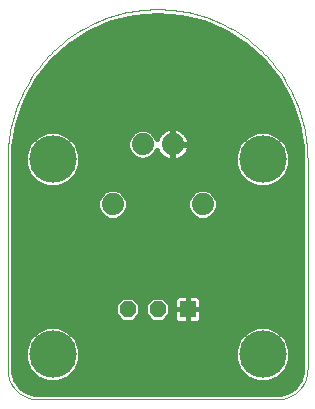
<source format=gtl>
G75*
%MOIN*%
%OFA0B0*%
%FSLAX25Y25*%
%IPPOS*%
%LPD*%
%AMOC8*
5,1,8,0,0,1.08239X$1,22.5*
%
%ADD10C,0.07400*%
%ADD11OC8,0.05600*%
%ADD12R,0.05600X0.05600*%
%ADD13C,0.00000*%
%ADD14C,0.15811*%
%ADD15C,0.01600*%
D10*
X0041800Y0089006D03*
X0051800Y0109006D03*
X0061800Y0109006D03*
X0071800Y0089006D03*
D11*
X0056800Y0054006D03*
X0046800Y0054006D03*
D12*
X0066800Y0054006D03*
D13*
X0096800Y0024006D02*
X0016800Y0024006D01*
X0016558Y0024009D01*
X0016317Y0024018D01*
X0016076Y0024032D01*
X0015835Y0024053D01*
X0015595Y0024079D01*
X0015355Y0024111D01*
X0015116Y0024149D01*
X0014879Y0024192D01*
X0014642Y0024242D01*
X0014407Y0024297D01*
X0014173Y0024357D01*
X0013941Y0024424D01*
X0013710Y0024495D01*
X0013481Y0024573D01*
X0013254Y0024656D01*
X0013029Y0024744D01*
X0012806Y0024838D01*
X0012586Y0024937D01*
X0012368Y0025042D01*
X0012153Y0025151D01*
X0011940Y0025266D01*
X0011730Y0025386D01*
X0011524Y0025511D01*
X0011320Y0025641D01*
X0011119Y0025776D01*
X0010922Y0025916D01*
X0010728Y0026060D01*
X0010538Y0026209D01*
X0010352Y0026363D01*
X0010169Y0026521D01*
X0009990Y0026683D01*
X0009815Y0026850D01*
X0009644Y0027021D01*
X0009477Y0027196D01*
X0009315Y0027375D01*
X0009157Y0027558D01*
X0009003Y0027744D01*
X0008854Y0027934D01*
X0008710Y0028128D01*
X0008570Y0028325D01*
X0008435Y0028526D01*
X0008305Y0028730D01*
X0008180Y0028936D01*
X0008060Y0029146D01*
X0007945Y0029359D01*
X0007836Y0029574D01*
X0007731Y0029792D01*
X0007632Y0030012D01*
X0007538Y0030235D01*
X0007450Y0030460D01*
X0007367Y0030687D01*
X0007289Y0030916D01*
X0007218Y0031147D01*
X0007151Y0031379D01*
X0007091Y0031613D01*
X0007036Y0031848D01*
X0006986Y0032085D01*
X0006943Y0032322D01*
X0006905Y0032561D01*
X0006873Y0032801D01*
X0006847Y0033041D01*
X0006826Y0033282D01*
X0006812Y0033523D01*
X0006803Y0033764D01*
X0006800Y0034006D01*
X0006800Y0104006D01*
X0006815Y0105224D01*
X0006859Y0106440D01*
X0006933Y0107656D01*
X0007037Y0108869D01*
X0007170Y0110079D01*
X0007333Y0111286D01*
X0007525Y0112488D01*
X0007746Y0113686D01*
X0007996Y0114878D01*
X0008275Y0116063D01*
X0008583Y0117241D01*
X0008920Y0118411D01*
X0009285Y0119573D01*
X0009678Y0120725D01*
X0010099Y0121868D01*
X0010548Y0122999D01*
X0011024Y0124120D01*
X0011528Y0125229D01*
X0012058Y0126325D01*
X0012615Y0127408D01*
X0013198Y0128477D01*
X0013806Y0129531D01*
X0014441Y0130571D01*
X0015100Y0131594D01*
X0015784Y0132602D01*
X0016493Y0133592D01*
X0017225Y0134565D01*
X0017981Y0135519D01*
X0018760Y0136455D01*
X0019561Y0137372D01*
X0020385Y0138269D01*
X0021230Y0139145D01*
X0022096Y0140001D01*
X0022983Y0140836D01*
X0023890Y0141648D01*
X0024816Y0142438D01*
X0025762Y0143206D01*
X0026725Y0143950D01*
X0027707Y0144670D01*
X0028706Y0145367D01*
X0029721Y0146039D01*
X0030753Y0146686D01*
X0031800Y0147307D01*
X0032862Y0147903D01*
X0033938Y0148473D01*
X0035027Y0149017D01*
X0036130Y0149533D01*
X0037245Y0150023D01*
X0038371Y0150486D01*
X0039508Y0150921D01*
X0040656Y0151328D01*
X0041813Y0151707D01*
X0042979Y0152058D01*
X0044153Y0152380D01*
X0045335Y0152674D01*
X0046524Y0152939D01*
X0047718Y0153174D01*
X0048918Y0153381D01*
X0050123Y0153558D01*
X0051331Y0153706D01*
X0052543Y0153824D01*
X0053758Y0153913D01*
X0054974Y0153973D01*
X0056191Y0154002D01*
X0057409Y0154002D01*
X0058626Y0153973D01*
X0059842Y0153913D01*
X0061057Y0153824D01*
X0062269Y0153706D01*
X0063477Y0153558D01*
X0064682Y0153381D01*
X0065882Y0153174D01*
X0067076Y0152939D01*
X0068265Y0152674D01*
X0069447Y0152380D01*
X0070621Y0152058D01*
X0071787Y0151707D01*
X0072944Y0151328D01*
X0074092Y0150921D01*
X0075229Y0150486D01*
X0076355Y0150023D01*
X0077470Y0149533D01*
X0078573Y0149017D01*
X0079662Y0148473D01*
X0080738Y0147903D01*
X0081800Y0147307D01*
X0082847Y0146686D01*
X0083879Y0146039D01*
X0084894Y0145367D01*
X0085893Y0144670D01*
X0086875Y0143950D01*
X0087838Y0143206D01*
X0088784Y0142438D01*
X0089710Y0141648D01*
X0090617Y0140836D01*
X0091504Y0140001D01*
X0092370Y0139145D01*
X0093215Y0138269D01*
X0094039Y0137372D01*
X0094840Y0136455D01*
X0095619Y0135519D01*
X0096375Y0134565D01*
X0097107Y0133592D01*
X0097816Y0132602D01*
X0098500Y0131594D01*
X0099159Y0130571D01*
X0099794Y0129531D01*
X0100402Y0128477D01*
X0100985Y0127408D01*
X0101542Y0126325D01*
X0102072Y0125229D01*
X0102576Y0124120D01*
X0103052Y0122999D01*
X0103501Y0121868D01*
X0103922Y0120725D01*
X0104315Y0119573D01*
X0104680Y0118411D01*
X0105017Y0117241D01*
X0105325Y0116063D01*
X0105604Y0114878D01*
X0105854Y0113686D01*
X0106075Y0112488D01*
X0106267Y0111286D01*
X0106430Y0110079D01*
X0106563Y0108869D01*
X0106667Y0107656D01*
X0106741Y0106440D01*
X0106785Y0105224D01*
X0106800Y0104006D01*
X0106800Y0034006D01*
X0106797Y0033764D01*
X0106788Y0033523D01*
X0106774Y0033282D01*
X0106753Y0033041D01*
X0106727Y0032801D01*
X0106695Y0032561D01*
X0106657Y0032322D01*
X0106614Y0032085D01*
X0106564Y0031848D01*
X0106509Y0031613D01*
X0106449Y0031379D01*
X0106382Y0031147D01*
X0106311Y0030916D01*
X0106233Y0030687D01*
X0106150Y0030460D01*
X0106062Y0030235D01*
X0105968Y0030012D01*
X0105869Y0029792D01*
X0105764Y0029574D01*
X0105655Y0029359D01*
X0105540Y0029146D01*
X0105420Y0028936D01*
X0105295Y0028730D01*
X0105165Y0028526D01*
X0105030Y0028325D01*
X0104890Y0028128D01*
X0104746Y0027934D01*
X0104597Y0027744D01*
X0104443Y0027558D01*
X0104285Y0027375D01*
X0104123Y0027196D01*
X0103956Y0027021D01*
X0103785Y0026850D01*
X0103610Y0026683D01*
X0103431Y0026521D01*
X0103248Y0026363D01*
X0103062Y0026209D01*
X0102872Y0026060D01*
X0102678Y0025916D01*
X0102481Y0025776D01*
X0102280Y0025641D01*
X0102076Y0025511D01*
X0101870Y0025386D01*
X0101660Y0025266D01*
X0101447Y0025151D01*
X0101232Y0025042D01*
X0101014Y0024937D01*
X0100794Y0024838D01*
X0100571Y0024744D01*
X0100346Y0024656D01*
X0100119Y0024573D01*
X0099890Y0024495D01*
X0099659Y0024424D01*
X0099427Y0024357D01*
X0099193Y0024297D01*
X0098958Y0024242D01*
X0098721Y0024192D01*
X0098484Y0024149D01*
X0098245Y0024111D01*
X0098005Y0024079D01*
X0097765Y0024053D01*
X0097524Y0024032D01*
X0097283Y0024018D01*
X0097042Y0024009D01*
X0096800Y0024006D01*
D14*
X0091800Y0039006D03*
X0091800Y0104006D03*
X0021800Y0104006D03*
X0021800Y0039006D03*
D15*
X0027953Y0031998D02*
X0085647Y0031998D01*
X0086529Y0031117D02*
X0089949Y0029700D01*
X0093651Y0029700D01*
X0097071Y0031117D01*
X0099689Y0033735D01*
X0101105Y0037155D01*
X0101105Y0040857D01*
X0099689Y0044277D01*
X0097071Y0046895D01*
X0093651Y0048311D01*
X0089949Y0048311D01*
X0086529Y0046895D01*
X0083911Y0044277D01*
X0082494Y0040857D01*
X0082494Y0037155D01*
X0083911Y0033735D01*
X0086529Y0031117D01*
X0088260Y0030400D02*
X0025340Y0030400D01*
X0023651Y0029700D02*
X0027071Y0031117D01*
X0029689Y0033735D01*
X0031105Y0037155D01*
X0031105Y0040857D01*
X0029689Y0044277D01*
X0027071Y0046895D01*
X0023651Y0048311D01*
X0019949Y0048311D01*
X0016529Y0046895D01*
X0013911Y0044277D01*
X0012494Y0040857D01*
X0012494Y0037155D01*
X0013911Y0033735D01*
X0016529Y0031117D01*
X0019949Y0029700D01*
X0023651Y0029700D01*
X0018260Y0030400D02*
X0009456Y0030400D01*
X0009494Y0030283D02*
X0008701Y0032723D01*
X0008600Y0034006D01*
X0008600Y0104006D01*
X0008765Y0107986D01*
X0010075Y0115838D01*
X0012660Y0123368D01*
X0016449Y0130369D01*
X0021338Y0136651D01*
X0027195Y0142042D01*
X0033859Y0146397D01*
X0041149Y0149594D01*
X0048867Y0151549D01*
X0056800Y0152206D01*
X0064733Y0151549D01*
X0072451Y0149594D01*
X0079741Y0146397D01*
X0086405Y0142042D01*
X0092262Y0136651D01*
X0097151Y0130369D01*
X0100940Y0123368D01*
X0103525Y0115838D01*
X0104835Y0107986D01*
X0105000Y0104006D01*
X0105000Y0034006D01*
X0104899Y0032723D01*
X0104106Y0030283D01*
X0102598Y0028208D01*
X0100523Y0026700D01*
X0098083Y0025907D01*
X0096800Y0025806D01*
X0016800Y0025806D01*
X0015517Y0025907D01*
X0013077Y0026700D01*
X0011002Y0028208D01*
X0009494Y0030283D01*
X0008936Y0031998D02*
X0015647Y0031998D01*
X0014049Y0033597D02*
X0008632Y0033597D01*
X0008600Y0035195D02*
X0013306Y0035195D01*
X0012644Y0036794D02*
X0008600Y0036794D01*
X0008600Y0038393D02*
X0012494Y0038393D01*
X0012494Y0039991D02*
X0008600Y0039991D01*
X0008600Y0041590D02*
X0012798Y0041590D01*
X0013460Y0043188D02*
X0008600Y0043188D01*
X0008600Y0044787D02*
X0014421Y0044787D01*
X0016019Y0046385D02*
X0008600Y0046385D01*
X0008600Y0047984D02*
X0019158Y0047984D01*
X0024442Y0047984D02*
X0089158Y0047984D01*
X0086019Y0046385D02*
X0027581Y0046385D01*
X0029179Y0044787D02*
X0084421Y0044787D01*
X0083460Y0043188D02*
X0030140Y0043188D01*
X0030802Y0041590D02*
X0082798Y0041590D01*
X0082494Y0039991D02*
X0031105Y0039991D01*
X0031105Y0038393D02*
X0082494Y0038393D01*
X0082644Y0036794D02*
X0030956Y0036794D01*
X0030294Y0035195D02*
X0083306Y0035195D01*
X0084049Y0033597D02*
X0029551Y0033597D01*
X0045060Y0049806D02*
X0042600Y0052266D01*
X0042600Y0055746D01*
X0045060Y0058206D01*
X0048540Y0058206D01*
X0051000Y0055746D01*
X0051000Y0052266D01*
X0048540Y0049806D01*
X0045060Y0049806D01*
X0043686Y0051181D02*
X0008600Y0051181D01*
X0008600Y0052779D02*
X0042600Y0052779D01*
X0042600Y0054378D02*
X0008600Y0054378D01*
X0008600Y0055976D02*
X0042831Y0055976D01*
X0044429Y0057575D02*
X0008600Y0057575D01*
X0008600Y0059173D02*
X0105000Y0059173D01*
X0105000Y0057575D02*
X0071235Y0057575D01*
X0071277Y0057501D02*
X0071040Y0057911D01*
X0070705Y0058246D01*
X0070295Y0058483D01*
X0069837Y0058606D01*
X0066800Y0058606D01*
X0066800Y0054006D01*
X0066800Y0054006D01*
X0066800Y0058606D01*
X0063763Y0058606D01*
X0063305Y0058483D01*
X0062895Y0058246D01*
X0062560Y0057911D01*
X0062323Y0057501D01*
X0062200Y0057043D01*
X0062200Y0054006D01*
X0066800Y0054006D01*
X0071400Y0054006D01*
X0071400Y0057043D01*
X0071277Y0057501D01*
X0071400Y0055976D02*
X0105000Y0055976D01*
X0105000Y0054378D02*
X0071400Y0054378D01*
X0071400Y0054006D02*
X0066800Y0054006D01*
X0066800Y0054006D01*
X0066800Y0054006D01*
X0062200Y0054006D01*
X0062200Y0050969D01*
X0062323Y0050511D01*
X0062560Y0050101D01*
X0062895Y0049766D01*
X0063305Y0049529D01*
X0063763Y0049406D01*
X0066800Y0049406D01*
X0069837Y0049406D01*
X0070295Y0049529D01*
X0070705Y0049766D01*
X0071040Y0050101D01*
X0071277Y0050511D01*
X0071400Y0050969D01*
X0071400Y0054006D01*
X0071400Y0052779D02*
X0105000Y0052779D01*
X0105000Y0051181D02*
X0071400Y0051181D01*
X0070387Y0049582D02*
X0105000Y0049582D01*
X0105000Y0047984D02*
X0094442Y0047984D01*
X0097581Y0046385D02*
X0105000Y0046385D01*
X0105000Y0044787D02*
X0099179Y0044787D01*
X0100140Y0043188D02*
X0105000Y0043188D01*
X0105000Y0041590D02*
X0100802Y0041590D01*
X0101105Y0039991D02*
X0105000Y0039991D01*
X0105000Y0038393D02*
X0101105Y0038393D01*
X0100956Y0036794D02*
X0105000Y0036794D01*
X0105000Y0035195D02*
X0100294Y0035195D01*
X0099551Y0033597D02*
X0104968Y0033597D01*
X0104664Y0031998D02*
X0097953Y0031998D01*
X0095340Y0030400D02*
X0104144Y0030400D01*
X0103030Y0028801D02*
X0010570Y0028801D01*
X0012385Y0027203D02*
X0101215Y0027203D01*
X0105000Y0060772D02*
X0008600Y0060772D01*
X0008600Y0062370D02*
X0105000Y0062370D01*
X0105000Y0063969D02*
X0008600Y0063969D01*
X0008600Y0065567D02*
X0105000Y0065567D01*
X0105000Y0067166D02*
X0008600Y0067166D01*
X0008600Y0068764D02*
X0105000Y0068764D01*
X0105000Y0070363D02*
X0008600Y0070363D01*
X0008600Y0071961D02*
X0105000Y0071961D01*
X0105000Y0073560D02*
X0008600Y0073560D01*
X0008600Y0075158D02*
X0105000Y0075158D01*
X0105000Y0076757D02*
X0008600Y0076757D01*
X0008600Y0078355D02*
X0105000Y0078355D01*
X0105000Y0079954D02*
X0008600Y0079954D01*
X0008600Y0081552D02*
X0105000Y0081552D01*
X0105000Y0083151D02*
X0008600Y0083151D01*
X0008600Y0084749D02*
X0038844Y0084749D01*
X0038911Y0084682D02*
X0040786Y0083906D01*
X0042814Y0083906D01*
X0044689Y0084682D01*
X0046124Y0086117D01*
X0046900Y0087991D01*
X0046900Y0090020D01*
X0046124Y0091895D01*
X0044689Y0093329D01*
X0042814Y0094106D01*
X0040786Y0094106D01*
X0038911Y0093329D01*
X0037476Y0091895D01*
X0036700Y0090020D01*
X0036700Y0087991D01*
X0037476Y0086117D01*
X0038911Y0084682D01*
X0037381Y0086348D02*
X0008600Y0086348D01*
X0008600Y0087946D02*
X0036719Y0087946D01*
X0036700Y0089545D02*
X0008600Y0089545D01*
X0008600Y0091143D02*
X0037165Y0091143D01*
X0038323Y0092742D02*
X0008600Y0092742D01*
X0008600Y0094340D02*
X0105000Y0094340D01*
X0105000Y0092742D02*
X0075276Y0092742D01*
X0074689Y0093329D02*
X0072814Y0094106D01*
X0070786Y0094106D01*
X0068911Y0093329D01*
X0067476Y0091895D01*
X0066700Y0090020D01*
X0066700Y0087991D01*
X0067476Y0086117D01*
X0068911Y0084682D01*
X0070786Y0083906D01*
X0072814Y0083906D01*
X0074689Y0084682D01*
X0076124Y0086117D01*
X0076900Y0087991D01*
X0076900Y0090020D01*
X0076124Y0091895D01*
X0074689Y0093329D01*
X0076435Y0091143D02*
X0105000Y0091143D01*
X0105000Y0089545D02*
X0076900Y0089545D01*
X0076881Y0087946D02*
X0105000Y0087946D01*
X0105000Y0086348D02*
X0076219Y0086348D01*
X0074756Y0084749D02*
X0105000Y0084749D01*
X0105000Y0095939D02*
X0096641Y0095939D01*
X0097071Y0096117D02*
X0099689Y0098735D01*
X0101105Y0102155D01*
X0101105Y0105857D01*
X0099689Y0109277D01*
X0097071Y0111895D01*
X0093651Y0113311D01*
X0089949Y0113311D01*
X0086529Y0111895D01*
X0083911Y0109277D01*
X0082494Y0105857D01*
X0082494Y0102155D01*
X0083911Y0098735D01*
X0086529Y0096117D01*
X0089949Y0094700D01*
X0093651Y0094700D01*
X0097071Y0096117D01*
X0098491Y0097537D02*
X0105000Y0097537D01*
X0105000Y0099136D02*
X0099855Y0099136D01*
X0100517Y0100734D02*
X0105000Y0100734D01*
X0105000Y0102333D02*
X0101105Y0102333D01*
X0101105Y0103931D02*
X0105000Y0103931D01*
X0104937Y0105530D02*
X0101105Y0105530D01*
X0100579Y0107128D02*
X0104871Y0107128D01*
X0104712Y0108727D02*
X0099917Y0108727D01*
X0098640Y0110326D02*
X0104445Y0110326D01*
X0104178Y0111924D02*
X0097000Y0111924D01*
X0103223Y0116720D02*
X0010377Y0116720D01*
X0009955Y0115121D02*
X0103645Y0115121D01*
X0103912Y0113523D02*
X0064941Y0113523D01*
X0064683Y0113710D02*
X0065383Y0113201D01*
X0065995Y0112589D01*
X0066504Y0111889D01*
X0066897Y0111117D01*
X0067165Y0110294D01*
X0067300Y0109439D01*
X0067300Y0109206D01*
X0062000Y0109206D01*
X0061600Y0109206D01*
X0061600Y0114506D01*
X0061367Y0114506D01*
X0060512Y0114370D01*
X0059689Y0114103D01*
X0058917Y0113710D01*
X0058217Y0113201D01*
X0057605Y0112589D01*
X0057096Y0111889D01*
X0056703Y0111117D01*
X0056590Y0110769D01*
X0056124Y0111895D01*
X0054689Y0113329D01*
X0052814Y0114106D01*
X0050786Y0114106D01*
X0048911Y0113329D01*
X0047476Y0111895D01*
X0046700Y0110020D01*
X0046700Y0107991D01*
X0047476Y0106117D01*
X0048911Y0104682D01*
X0050786Y0103906D01*
X0052814Y0103906D01*
X0054689Y0104682D01*
X0056124Y0106117D01*
X0056590Y0107243D01*
X0056703Y0106895D01*
X0057096Y0106123D01*
X0057605Y0105423D01*
X0058217Y0104811D01*
X0058917Y0104302D01*
X0059689Y0103909D01*
X0060512Y0103641D01*
X0061367Y0103506D01*
X0061600Y0103506D01*
X0061600Y0108806D01*
X0062000Y0108806D01*
X0062000Y0109206D01*
X0062000Y0114506D01*
X0062233Y0114506D01*
X0063088Y0114370D01*
X0063911Y0114103D01*
X0064683Y0113710D01*
X0066478Y0111924D02*
X0086600Y0111924D01*
X0084960Y0110326D02*
X0067154Y0110326D01*
X0067300Y0108806D02*
X0062000Y0108806D01*
X0062000Y0103506D01*
X0062233Y0103506D01*
X0063088Y0103641D01*
X0063911Y0103909D01*
X0064683Y0104302D01*
X0065383Y0104811D01*
X0065995Y0105423D01*
X0066504Y0106123D01*
X0066897Y0106895D01*
X0067165Y0107718D01*
X0067300Y0108573D01*
X0067300Y0108806D01*
X0067300Y0108727D02*
X0083683Y0108727D01*
X0083021Y0107128D02*
X0066973Y0107128D01*
X0066073Y0105530D02*
X0082494Y0105530D01*
X0082494Y0103931D02*
X0063956Y0103931D01*
X0062000Y0103931D02*
X0061600Y0103931D01*
X0061600Y0105530D02*
X0062000Y0105530D01*
X0062000Y0107128D02*
X0061600Y0107128D01*
X0061600Y0108727D02*
X0062000Y0108727D01*
X0062000Y0110326D02*
X0061600Y0110326D01*
X0061600Y0111924D02*
X0062000Y0111924D01*
X0062000Y0113523D02*
X0061600Y0113523D01*
X0058659Y0113523D02*
X0054223Y0113523D01*
X0056094Y0111924D02*
X0057122Y0111924D01*
X0056627Y0107128D02*
X0056543Y0107128D01*
X0057527Y0105530D02*
X0055537Y0105530D01*
X0052876Y0103931D02*
X0059644Y0103931D01*
X0050724Y0103931D02*
X0031105Y0103931D01*
X0031105Y0102333D02*
X0082494Y0102333D01*
X0083083Y0100734D02*
X0030517Y0100734D01*
X0031105Y0102155D02*
X0029689Y0098735D01*
X0027071Y0096117D01*
X0023651Y0094700D01*
X0019949Y0094700D01*
X0016529Y0096117D01*
X0013911Y0098735D01*
X0012494Y0102155D01*
X0012494Y0105857D01*
X0013911Y0109277D01*
X0016529Y0111895D01*
X0019949Y0113311D01*
X0023651Y0113311D01*
X0027071Y0111895D01*
X0029689Y0109277D01*
X0031105Y0105857D01*
X0031105Y0102155D01*
X0029855Y0099136D02*
X0083745Y0099136D01*
X0085109Y0097537D02*
X0028491Y0097537D01*
X0026641Y0095939D02*
X0086959Y0095939D01*
X0102674Y0118318D02*
X0010926Y0118318D01*
X0011475Y0119917D02*
X0102125Y0119917D01*
X0101576Y0121515D02*
X0012024Y0121515D01*
X0012573Y0123114D02*
X0101027Y0123114D01*
X0100213Y0124712D02*
X0013387Y0124712D01*
X0014252Y0126311D02*
X0099348Y0126311D01*
X0098483Y0127909D02*
X0015117Y0127909D01*
X0015983Y0129508D02*
X0097617Y0129508D01*
X0096578Y0131106D02*
X0017022Y0131106D01*
X0018267Y0132705D02*
X0095333Y0132705D01*
X0094089Y0134303D02*
X0019511Y0134303D01*
X0020755Y0135902D02*
X0092845Y0135902D01*
X0091339Y0137500D02*
X0022261Y0137500D01*
X0023997Y0139099D02*
X0089603Y0139099D01*
X0087866Y0140697D02*
X0025734Y0140697D01*
X0027583Y0142296D02*
X0086017Y0142296D01*
X0083571Y0143894D02*
X0030029Y0143894D01*
X0032476Y0145493D02*
X0081124Y0145493D01*
X0078157Y0147091D02*
X0035443Y0147091D01*
X0039087Y0148690D02*
X0074513Y0148690D01*
X0069710Y0150288D02*
X0043890Y0150288D01*
X0052949Y0151887D02*
X0060651Y0151887D01*
X0049377Y0113523D02*
X0009688Y0113523D01*
X0009422Y0111924D02*
X0016600Y0111924D01*
X0014960Y0110326D02*
X0009155Y0110326D01*
X0008888Y0108727D02*
X0013683Y0108727D01*
X0013021Y0107128D02*
X0008729Y0107128D01*
X0008663Y0105530D02*
X0012494Y0105530D01*
X0012494Y0103931D02*
X0008600Y0103931D01*
X0008600Y0102333D02*
X0012494Y0102333D01*
X0013083Y0100734D02*
X0008600Y0100734D01*
X0008600Y0099136D02*
X0013745Y0099136D01*
X0015109Y0097537D02*
X0008600Y0097537D01*
X0008600Y0095939D02*
X0016959Y0095939D01*
X0027000Y0111924D02*
X0047506Y0111924D01*
X0046826Y0110326D02*
X0028640Y0110326D01*
X0029917Y0108727D02*
X0046700Y0108727D01*
X0047057Y0107128D02*
X0030579Y0107128D01*
X0031105Y0105530D02*
X0048063Y0105530D01*
X0045276Y0092742D02*
X0068323Y0092742D01*
X0067165Y0091143D02*
X0046435Y0091143D01*
X0046900Y0089545D02*
X0066700Y0089545D01*
X0066719Y0087946D02*
X0046881Y0087946D01*
X0046219Y0086348D02*
X0067381Y0086348D01*
X0068844Y0084749D02*
X0044756Y0084749D01*
X0055060Y0058206D02*
X0052600Y0055746D01*
X0052600Y0052266D01*
X0055060Y0049806D01*
X0058540Y0049806D01*
X0061000Y0052266D01*
X0061000Y0055746D01*
X0058540Y0058206D01*
X0055060Y0058206D01*
X0054429Y0057575D02*
X0049171Y0057575D01*
X0050769Y0055976D02*
X0052831Y0055976D01*
X0052600Y0054378D02*
X0051000Y0054378D01*
X0051000Y0052779D02*
X0052600Y0052779D01*
X0053686Y0051181D02*
X0049914Y0051181D01*
X0059914Y0051181D02*
X0062200Y0051181D01*
X0062200Y0052779D02*
X0061000Y0052779D01*
X0061000Y0054378D02*
X0062200Y0054378D01*
X0062200Y0055976D02*
X0060769Y0055976D01*
X0062365Y0057575D02*
X0059171Y0057575D01*
X0063213Y0049582D02*
X0008600Y0049582D01*
X0066800Y0049582D02*
X0066800Y0049582D01*
X0066800Y0049406D02*
X0066800Y0054006D01*
X0066800Y0054006D01*
X0066800Y0049406D01*
X0066800Y0051181D02*
X0066800Y0051181D01*
X0066800Y0052779D02*
X0066800Y0052779D01*
X0066800Y0054378D02*
X0066800Y0054378D01*
X0066800Y0055976D02*
X0066800Y0055976D01*
X0066800Y0057575D02*
X0066800Y0057575D01*
M02*

</source>
